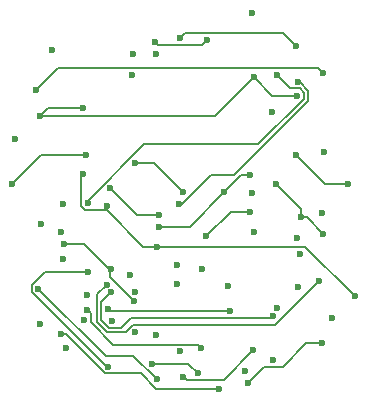
<source format=gbr>
%TF.GenerationSoftware,KiCad,Pcbnew,9.0.1*%
%TF.CreationDate,2025-06-29T22:28:52-07:00*%
%TF.ProjectId,Complete,436f6d70-6c65-4746-952e-6b696361645f,rev?*%
%TF.SameCoordinates,Original*%
%TF.FileFunction,Copper,L3,Inr*%
%TF.FilePolarity,Positive*%
%FSLAX46Y46*%
G04 Gerber Fmt 4.6, Leading zero omitted, Abs format (unit mm)*
G04 Created by KiCad (PCBNEW 9.0.1) date 2025-06-29 22:28:52*
%MOMM*%
%LPD*%
G01*
G04 APERTURE LIST*
%TA.AperFunction,ViaPad*%
%ADD10C,0.600000*%
%TD*%
%TA.AperFunction,Conductor*%
%ADD11C,0.200000*%
%TD*%
G04 APERTURE END LIST*
D10*
%TO.N,Net-(CHG1-VBAT)*%
X237105700Y-76087600D03*
X212795300Y-77522600D03*
X235197600Y-91476100D03*
X237910100Y-96903000D03*
%TO.N,GNDREF*%
X234958800Y-94217200D03*
X225009400Y-99689300D03*
%TO.N,CHIP_POW*%
X213224100Y-88923400D03*
X226500000Y-101550000D03*
X211054600Y-81746600D03*
X213133500Y-97338900D03*
X222636000Y-100746900D03*
%TO.N,Charge_STAT*%
X223039200Y-102063400D03*
X213005100Y-94371800D03*
X237000000Y-87950000D03*
%TO.N,Bat_ON*%
X230510200Y-101388100D03*
X219196200Y-94685500D03*
X232835500Y-96691900D03*
%TO.N,F*%
X223054100Y-90814900D03*
X216797100Y-84703700D03*
X225283700Y-101818900D03*
X231201300Y-99605100D03*
X239801600Y-95010400D03*
X218799800Y-87393300D03*
%TO.N,P*%
X215340800Y-99394800D03*
X227237400Y-89922200D03*
X230920900Y-87851800D03*
%TO.N,N*%
X218899200Y-101018100D03*
X235030700Y-76877200D03*
X224884700Y-87170500D03*
X217210500Y-92935200D03*
%TO.N,B*%
X224754500Y-93997300D03*
X231084900Y-86315800D03*
%TO.N,M*%
X233229400Y-76307900D03*
X217191700Y-87145500D03*
X216894500Y-97060400D03*
%TO.N,O*%
X217100500Y-94940400D03*
X228762500Y-86206000D03*
X230917800Y-84780900D03*
X223223600Y-89157000D03*
%TO.N,L*%
X231242200Y-89596500D03*
X229099400Y-94127900D03*
X217127300Y-96163200D03*
X226771200Y-99365200D03*
%TO.N,A*%
X237121300Y-89728900D03*
X224747200Y-92381500D03*
X235248000Y-88328100D03*
X222930100Y-74542400D03*
X233087100Y-85495600D03*
%TO.N,J*%
X215084100Y-91879300D03*
X218915900Y-96082100D03*
X229207000Y-96272800D03*
X234904800Y-90113500D03*
%TO.N,H*%
X219194700Y-92711900D03*
X221171900Y-98059800D03*
X221089100Y-95425700D03*
X233249800Y-96051600D03*
X232849200Y-100401900D03*
X215164600Y-90623000D03*
%TO.N,D*%
X226887300Y-92754700D03*
X223245300Y-88160100D03*
X219055500Y-85835400D03*
%TO.N,K*%
X221000000Y-74500000D03*
X215114500Y-87179600D03*
X214912300Y-89586000D03*
%TO.N,I*%
X210801000Y-85499800D03*
X234828200Y-73850000D03*
X224979800Y-73187200D03*
X220970700Y-76259300D03*
X219235600Y-97136400D03*
X217071200Y-83050000D03*
%TO.N,G*%
X216799900Y-79075400D03*
X231092400Y-71010400D03*
X222955900Y-98314100D03*
X231228400Y-76489100D03*
X237179400Y-82826700D03*
X234929400Y-78071200D03*
X214170500Y-74169000D03*
X213164700Y-79738200D03*
%TO.N,C*%
X225244300Y-86223700D03*
X220746400Y-93201600D03*
X221202700Y-83747300D03*
%TO.N,E*%
X227249300Y-73358600D03*
X221205500Y-94669400D03*
X222895600Y-73506300D03*
X239250200Y-85506300D03*
X234831100Y-83048900D03*
X232769900Y-79396200D03*
%TO.N,UPDI*%
X218778300Y-94030000D03*
X236753000Y-93755000D03*
%TO.N,Net-(DB1-K)*%
X237044500Y-98996100D03*
X230773100Y-102349300D03*
%TO.N,Net-(Q1-G)*%
X214897700Y-98258300D03*
X228282200Y-102863200D03*
%TD*%
D11*
%TO.N,Net-(CHG1-VBAT)*%
X214652100Y-75665800D02*
X236683900Y-75665800D01*
X212795300Y-77522600D02*
X214652100Y-75665800D01*
X236683900Y-75665800D02*
X237105700Y-76087600D01*
%TO.N,CHIP_POW*%
X225696900Y-100746900D02*
X226500000Y-101550000D01*
X222636000Y-100746900D02*
X225696900Y-100746900D01*
%TO.N,Charge_STAT*%
X213005100Y-94371800D02*
X218702700Y-100069400D01*
X218702700Y-100069400D02*
X221045200Y-100069400D01*
X221045200Y-100069400D02*
X223039200Y-102063400D01*
%TO.N,Bat_ON*%
X218954900Y-97683100D02*
X218337100Y-97065300D01*
X218337100Y-97065300D02*
X218337100Y-95544600D01*
X220009100Y-97683100D02*
X218954900Y-97683100D01*
X218337100Y-95544600D02*
X219196200Y-94685500D01*
X232835500Y-96691900D02*
X232702400Y-96825000D01*
X220867200Y-96825000D02*
X220009100Y-97683100D01*
X232702400Y-96825000D02*
X220867200Y-96825000D01*
%TO.N,F*%
X235606100Y-90814900D02*
X239801600Y-95010400D01*
X218760400Y-87432700D02*
X218799800Y-87393300D01*
X228711800Y-102094600D02*
X231201300Y-99605100D01*
X218760400Y-87671600D02*
X218703300Y-87728700D01*
X216992100Y-87728700D02*
X216623600Y-87360200D01*
X218760400Y-87671600D02*
X218760400Y-87432700D01*
X225559400Y-102094600D02*
X228711800Y-102094600D01*
X225283700Y-101818900D02*
X225559400Y-102094600D01*
X216623600Y-87360200D02*
X216623600Y-84877200D01*
X218760400Y-87671600D02*
X221903700Y-90814900D01*
X218703300Y-87728700D02*
X216992100Y-87728700D01*
X223054100Y-90814900D02*
X235606100Y-90814900D01*
X216623600Y-84877200D02*
X216797100Y-84703700D01*
X221903700Y-90814900D02*
X223054100Y-90814900D01*
%TO.N,P*%
X229307800Y-87851800D02*
X230920900Y-87851800D01*
X227237400Y-89922200D02*
X229307800Y-87851800D01*
%TO.N,N*%
X212457500Y-94620100D02*
X212457500Y-94059600D01*
X235858700Y-78473900D02*
X229551500Y-84781100D01*
X235030700Y-76877200D02*
X235121300Y-76877200D01*
X235858700Y-77614600D02*
X235858700Y-78473900D01*
X213581900Y-92935200D02*
X217210500Y-92935200D01*
X235121300Y-76877200D02*
X235858700Y-77614600D01*
X212457500Y-94059600D02*
X213581900Y-92935200D01*
X218899200Y-101018100D02*
X218855500Y-101018100D01*
X218855500Y-101018100D02*
X212457500Y-94620100D01*
X229551500Y-84781100D02*
X227601100Y-84781100D01*
X225211700Y-87170500D02*
X224884700Y-87170500D01*
X227601100Y-84781100D02*
X225211700Y-87170500D01*
%TO.N,M*%
X235477700Y-78314300D02*
X231628500Y-82163500D01*
X235477700Y-77778500D02*
X235477700Y-78314300D01*
X234342400Y-77420900D02*
X235120100Y-77420900D01*
X235120100Y-77420900D02*
X235477700Y-77778500D01*
X217191700Y-86930300D02*
X217191700Y-87145500D01*
X231628500Y-82163500D02*
X221958500Y-82163500D01*
X233229400Y-76307900D02*
X234342400Y-77420900D01*
X221958500Y-82163500D02*
X217191700Y-86930300D01*
%TO.N,O*%
X230187600Y-84780900D02*
X230917800Y-84780900D01*
X225811500Y-89157000D02*
X228762500Y-86206000D01*
X223223600Y-89157000D02*
X225811500Y-89157000D01*
X228762500Y-86206000D02*
X230187600Y-84780900D01*
%TO.N,L*%
X226771200Y-99365200D02*
X226551600Y-99145600D01*
X217438300Y-96474200D02*
X217127300Y-96163200D01*
X217438300Y-97224000D02*
X217438300Y-96474200D01*
X219359900Y-99145600D02*
X217438300Y-97224000D01*
X226551600Y-99145600D02*
X219359900Y-99145600D01*
%TO.N,A*%
X235248000Y-87656500D02*
X235248000Y-88328100D01*
X235248000Y-88328100D02*
X235720500Y-88328100D01*
X233087100Y-85495600D02*
X235248000Y-87656500D01*
X235720500Y-88328100D02*
X237121300Y-89728900D01*
%TO.N,J*%
X229207000Y-96272800D02*
X219106600Y-96272800D01*
X219106600Y-96272800D02*
X218915900Y-96082100D01*
%TO.N,H*%
X215164600Y-90623000D02*
X216909100Y-90623000D01*
X219095000Y-92808900D02*
X219192000Y-92711900D01*
X219095000Y-92808900D02*
X219095000Y-93431600D01*
X219095000Y-93431600D02*
X221089100Y-95425700D01*
X216909100Y-90623000D02*
X219095000Y-92808900D01*
X219192000Y-92711900D02*
X219194700Y-92711900D01*
%TO.N,D*%
X221380200Y-88160100D02*
X223245300Y-88160100D01*
X219055500Y-85835400D02*
X221380200Y-88160100D01*
%TO.N,I*%
X234828200Y-73850000D02*
X233753000Y-72774800D01*
X233753000Y-72774800D02*
X225392200Y-72774800D01*
X213250800Y-83050000D02*
X210801000Y-85499800D01*
X217071200Y-83050000D02*
X213250800Y-83050000D01*
X225392200Y-72774800D02*
X224979800Y-73187200D01*
%TO.N,G*%
X213827500Y-79075400D02*
X213164700Y-79738200D01*
X232810500Y-78071200D02*
X231228400Y-76489100D01*
X231228400Y-76489100D02*
X227979300Y-79738200D01*
X234929400Y-78071200D02*
X232810500Y-78071200D01*
X216799900Y-79075400D02*
X213827500Y-79075400D01*
X227979300Y-79738200D02*
X213164700Y-79738200D01*
%TO.N,C*%
X222767900Y-83747300D02*
X225244300Y-86223700D01*
X221202700Y-83747300D02*
X222767900Y-83747300D01*
%TO.N,E*%
X226877000Y-73730900D02*
X227249300Y-73358600D01*
X223120200Y-73730900D02*
X226877000Y-73730900D01*
X239250200Y-85506300D02*
X237288500Y-85506300D01*
X222895600Y-73506300D02*
X223120200Y-73730900D01*
X237288500Y-85506300D02*
X234831100Y-83048900D01*
%TO.N,UPDI*%
X218814100Y-98028300D02*
X217993400Y-97207600D01*
X220391600Y-98028300D02*
X218814100Y-98028300D01*
X233081300Y-97426700D02*
X220993200Y-97426700D01*
X220993200Y-97426700D02*
X220391600Y-98028300D01*
X217993400Y-94814900D02*
X218778300Y-94030000D01*
X236753000Y-93755000D02*
X233081300Y-97426700D01*
X217993400Y-97207600D02*
X217993400Y-94814900D01*
%TO.N,Net-(DB1-K)*%
X232144600Y-100977800D02*
X233723900Y-100977800D01*
X235705600Y-98996100D02*
X237044500Y-98996100D01*
X233723900Y-100977800D02*
X235705600Y-98996100D01*
X230773100Y-102349300D02*
X232144600Y-100977800D01*
%TO.N,Net-(Q1-G)*%
X215370600Y-98258300D02*
X218674100Y-101561800D01*
X218674100Y-101561800D02*
X221682300Y-101561800D01*
X214897700Y-98258300D02*
X215370600Y-98258300D01*
X221682300Y-101561800D02*
X222983700Y-102863200D01*
X222983700Y-102863200D02*
X228282200Y-102863200D01*
%TD*%
M02*

</source>
